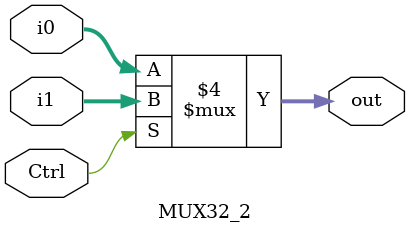
<source format=v>
`timescale 1ns/1ps
module MUX32_2 (
    input Ctrl,
    input [31:0] i0,
    input [31:0] i1,
    output [31:0] out
);
    always @* begin
        if (Ctrl == 0)
            out = i0;
        else
            out = i1;
    end

endmodule
</source>
